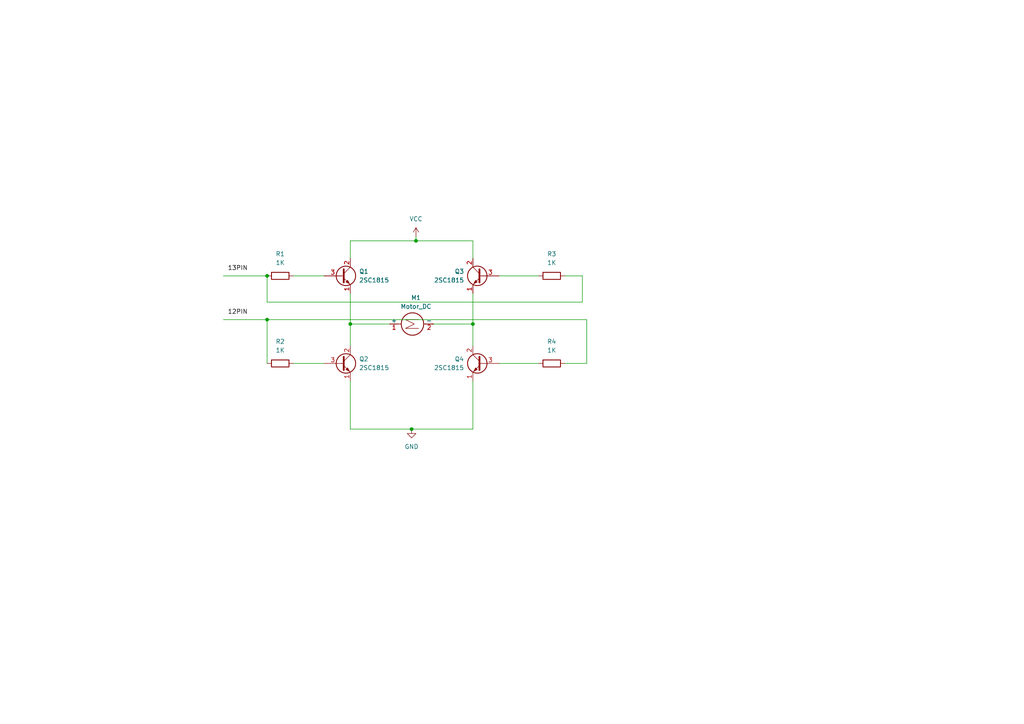
<source format=kicad_sch>
(kicad_sch (version 20230121) (generator eeschema)
  (paper "A4")
  (lib_symbols
    (symbol "Device:R" (pin_numbers hide) (pin_names (offset 0))
      (property "Reference" "R" (at 2.032 0 90))
      (property "Value" "R" (at 0 0 90))
      (symbol "R_0_1"
        (rectangle (start -1.016 -2.54) (end 1.016 2.54) (stroke (width 0.254)))
      )
      (symbol "R_1_1"
        (pin passive line (at 0 3.81 270) (length 1.27) (name "~") (number "1"))
        (pin passive line (at 0 -3.81 90) (length 1.27) (name "~") (number "2"))
      )
    )
    (symbol "Motor:Motor_DC" (pin_names (offset 0))
      (property "Reference" "M" (at 2.54 2.54 0))
      (property "Value" "Motor_DC" (at 2.54 -5.08 0))
      (symbol "Motor_DC_0_0"
        (polyline (pts (xy -1.27 -3.302) (xy -1.27 0.508) (xy 0 -2.032) (xy 1.27 0.508) (xy 1.27 -3.302)))
      )
      (symbol "Motor_DC_0_1"
        (circle (center 0 -1.524) (radius 3.2512) (stroke (width 0.254)))
        (polyline (pts (xy 0 -7.62) (xy 0 -7.112)))
        (polyline (pts (xy 0 -4.7752) (xy 0 -5.1816)))
        (polyline (pts (xy 0 1.7272) (xy 0 2.0828)))
        (polyline (pts (xy 0 2.032) (xy 0 2.54)))
      )
      (symbol "Motor_DC_1_1"
        (pin passive line (at 0 5.08 270) (length 2.54) (name "+") (number "1"))
        (pin passive line (at 0 -7.62 90) (length 2.54) (name "-") (number "2"))
      )
    )
    (symbol "Transistor_BJT:2SC1815" (pin_names (offset 0) hide)
      (property "Reference" "Q" (at 5.08 1.905 0))
      (property "Value" "2SC1815" (at 5.08 0 0))
      (symbol "2SC1815_0_1"
        (polyline (pts (xy 0 0) (xy 0.508 0)))
        (polyline (pts (xy 0.635 0.635) (xy 2.54 2.54)))
        (polyline (pts (xy 0.635 -0.635) (xy 2.54 -2.54) (xy 2.54 -2.54)))
        (polyline (pts (xy 0.635 1.905) (xy 0.635 -1.905) (xy 0.635 -1.905)) (stroke (width 0.508)))
        (polyline (pts (xy 1.27 -1.778) (xy 1.778 -1.27) (xy 2.286 -2.286) (xy 1.27 -1.778) (xy 1.27 -1.778)) (fill (type outline)))
        (circle (center 1.27 0) (radius 2.8194) (stroke (width 0.254)))
      )
      (symbol "2SC1815_1_1"
        (pin passive line (at 2.54 -5.08 90) (length 2.54) (name "E") (number "1"))
        (pin passive line (at 2.54 5.08 270) (length 2.54) (name "C") (number "2"))
        (pin input line (at -5.08 0 0) (length 5.08) (name "B") (number "3"))
      )
    )
    (symbol "power:GND" (power) (pin_names (offset 0))
      (property "Value" "GND" (at 0 -3.81 0))
      (symbol "GND_0_1"
        (polyline (pts (xy 0 0) (xy 0 -1.27) (xy 1.27 -1.27) (xy 0 -2.54) (xy -1.27 -1.27) (xy 0 -1.27)))
      )
      (symbol "GND_1_1"
        (pin power_in line (at 0 0 270) (length 0) hide (name "GND") (number "1"))
      )
    )
    (symbol "power:VCC" (power) (pin_names (offset 0))
      (property "Value" "VCC" (at 0 3.81 0))
      (symbol "VCC_0_1"
        (polyline (pts (xy -0.762 1.27) (xy 0 2.54)))
        (polyline (pts (xy 0 0) (xy 0 2.54)))
        (polyline (pts (xy 0 2.54) (xy 0.762 1.27)))
      )
      (symbol "VCC_1_1"
        (pin power_in line (at 0 0 90) (length 0) hide (name "VCC") (number "1"))
      )
    )
  )
  (junction (at 137.16 93.98))
  (junction (at 77.47 80.01))
  (junction (at 101.6 93.98))
  (junction (at 77.47 92.71))
  (junction (at 120.65 69.85))
  (junction (at 119.38 124.46))
  (wire (pts (xy 163.83 105.41) (xy 170.18 105.41)))
  (wire (pts (xy 101.6 93.98) (xy 101.6 100.33)))
  (wire (pts (xy 163.83 80.01) (xy 168.91 80.01)))
  (wire (pts (xy 170.18 92.71) (xy 77.47 92.71)))
  (wire (pts (xy 137.16 110.49) (xy 137.16 124.46)))
  (wire (pts (xy 137.16 74.93) (xy 137.16 69.85)))
  (wire (pts (xy 77.47 87.63) (xy 168.91 87.63)))
  (wire (pts (xy 85.09 80.01) (xy 93.98 80.01)))
  (wire (pts (xy 101.6 85.09) (xy 101.6 93.98)))
  (wire (pts (xy 120.65 69.85) (xy 137.16 69.85)))
  (wire (pts (xy 120.65 69.85) (xy 120.65 68.58)))
  (wire (pts (xy 64.77 80.01) (xy 77.47 80.01)))
  (wire (pts (xy 64.77 92.71) (xy 77.47 92.71)))
  (wire (pts (xy 137.16 93.98) (xy 137.16 100.33)))
  (wire (pts (xy 101.6 110.49) (xy 101.6 124.46)))
  (wire (pts (xy 168.91 80.01) (xy 168.91 87.63)))
  (wire (pts (xy 77.47 80.01) (xy 77.47 87.63)))
  (wire (pts (xy 101.6 93.98) (xy 113.03 93.98)))
  (wire (pts (xy 119.38 124.46) (xy 137.16 124.46)))
  (wire (pts (xy 144.78 105.41) (xy 156.21 105.41)))
  (wire (pts (xy 101.6 69.85) (xy 120.65 69.85)))
  (wire (pts (xy 125.73 93.98) (xy 137.16 93.98)))
  (wire (pts (xy 77.47 92.71) (xy 77.47 105.41)))
  (wire (pts (xy 85.09 105.41) (xy 93.98 105.41)))
  (wire (pts (xy 144.78 80.01) (xy 156.21 80.01)))
  (wire (pts (xy 170.18 105.41) (xy 170.18 92.71)))
  (wire (pts (xy 137.16 85.09) (xy 137.16 93.98)))
  (wire (pts (xy 101.6 74.93) (xy 101.6 69.85)))
  (wire (pts (xy 101.6 124.46) (xy 119.38 124.46)))
  (label "13PIN" (at 66.04 78.74 0))
  (label "12PIN" (at 66.04 91.44 0))
  (symbol (lib_id "Device:R") (at 160.02 80.01 90) (unit 1)
    (property "Reference" "R3" (at 160.02 73.66 90))
    (property "Value" "1K" (at 160.02 76.2 90))
  )
  (symbol (lib_id "Transistor_BJT:2SC1815") (at 99.06 80.01 0) (unit 1)
    (property "Reference" "Q1" (at 104.14 78.74 0) (effects (justify left)))
    (property "Value" "2SC1815" (at 104.14 81.28 0) (effects (justify left)))
    (property "Footprint" "Package_TO_SOT_THT:TO-92_Inline" (effects hide))
    (property "Datasheet" "https://media.digikey.com/pdf/Data%20Sheets/Toshiba%20PDFs/2SC1815.pdf" (effects hide))
  )
  (symbol (lib_id "Transistor_BJT:2SC1815") (at 99.06 105.41 0) (unit 1)
    (property "Reference" "Q2" (at 104.14 104.14 0) (effects (justify left)))
    (property "Value" "2SC1815" (at 104.14 106.68 0) (effects (justify left)))
    (property "Footprint" "Package_TO_SOT_THT:TO-92_Inline" (effects hide))
    (property "Datasheet" "https://media.digikey.com/pdf/Data%20Sheets/Toshiba%20PDFs/2SC1815.pdf" (effects hide))
  )
  (symbol (lib_id "Device:R") (at 160.02 105.41 90) (unit 1)
    (property "Reference" "R4" (at 160.02 99.06 90))
    (property "Value" "1K" (at 160.02 101.6 90))
  )
  (symbol (lib_id "Motor:Motor_DC") (at 118.11 93.98 90) (unit 1)
    (property "Reference" "M1" (at 120.65 86.36 90))
    (property "Value" "Motor_DC" (at 120.65 88.9 90))
  )
  (symbol (lib_id "Device:R") (at 81.28 105.41 90) (unit 1)
    (property "Reference" "R2" (at 81.28 99.06 90))
    (property "Value" "1K" (at 81.28 101.6 90))
  )
  (symbol (lib_id "power:VCC") (at 120.65 68.58 0) (unit 1)
    (property "Reference" "#PWR02" (effects hide))
    (property "Value" "VCC" (at 120.65 63.5 0))
  )
  (symbol (lib_id "Transistor_BJT:2SC1815") (at 139.7 105.41 0) (mirror y) (unit 1)
    (property "Reference" "Q4" (at 134.62 104.14 0) (effects (justify left)))
    (property "Value" "2SC1815" (at 134.62 106.68 0) (effects (justify left)))
    (property "Footprint" "Package_TO_SOT_THT:TO-92_Inline" (effects hide))
    (property "Datasheet" "https://media.digikey.com/pdf/Data%20Sheets/Toshiba%20PDFs/2SC1815.pdf" (effects hide))
  )
  (symbol (lib_id "Transistor_BJT:2SC1815") (at 139.7 80.01 0) (mirror y) (unit 1)
    (property "Reference" "Q3" (at 134.62 78.74 0) (effects (justify left)))
    (property "Value" "2SC1815" (at 134.62 81.28 0) (effects (justify left)))
    (property "Footprint" "Package_TO_SOT_THT:TO-92_Inline" (effects hide))
    (property "Datasheet" "https://media.digikey.com/pdf/Data%20Sheets/Toshiba%20PDFs/2SC1815.pdf" (effects hide))
  )
  (symbol (lib_id "Device:R") (at 81.28 80.01 90) (unit 1)
    (property "Reference" "R1" (at 81.28 73.66 90))
    (property "Value" "1K" (at 81.28 76.2 90))
  )
  (symbol (lib_id "power:GND") (at 119.38 124.46 0) (unit 1)
    (property "Reference" "#PWR01" (effects hide))
    (property "Value" "GND" (at 119.38 129.54 0))
  )
)
</source>
